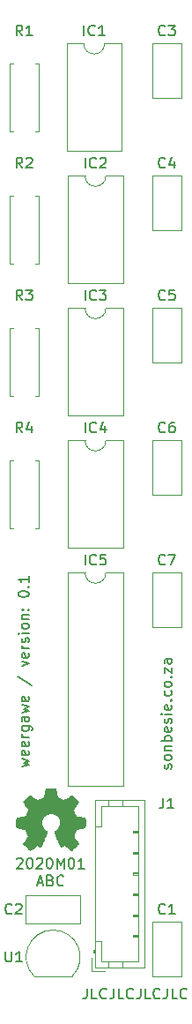
<source format=gbr>
G04 #@! TF.GenerationSoftware,KiCad,Pcbnew,5.1.5+dfsg1-2build2*
G04 #@! TF.CreationDate,2020-10-27T01:34:20+02:00*
G04 #@! TF.ProjectId,memory,6d656d6f-7279-42e6-9b69-6361645f7063,rev?*
G04 #@! TF.SameCoordinates,Original*
G04 #@! TF.FileFunction,Legend,Top*
G04 #@! TF.FilePolarity,Positive*
%FSLAX46Y46*%
G04 Gerber Fmt 4.6, Leading zero omitted, Abs format (unit mm)*
G04 Created by KiCad (PCBNEW 5.1.5+dfsg1-2build2) date 2020-10-27 01:34:20*
%MOMM*%
%LPD*%
G04 APERTURE LIST*
%ADD10C,0.150000*%
%ADD11C,0.010000*%
%ADD12C,0.120000*%
G04 APERTURE END LIST*
D10*
X45672952Y-152868380D02*
X45672952Y-153582666D01*
X45625333Y-153725523D01*
X45530095Y-153820761D01*
X45387238Y-153868380D01*
X45292000Y-153868380D01*
X46625333Y-153868380D02*
X46149142Y-153868380D01*
X46149142Y-152868380D01*
X47530095Y-153773142D02*
X47482476Y-153820761D01*
X47339619Y-153868380D01*
X47244380Y-153868380D01*
X47101523Y-153820761D01*
X47006285Y-153725523D01*
X46958666Y-153630285D01*
X46911047Y-153439809D01*
X46911047Y-153296952D01*
X46958666Y-153106476D01*
X47006285Y-153011238D01*
X47101523Y-152916000D01*
X47244380Y-152868380D01*
X47339619Y-152868380D01*
X47482476Y-152916000D01*
X47530095Y-152963619D01*
X48244380Y-152868380D02*
X48244380Y-153582666D01*
X48196761Y-153725523D01*
X48101523Y-153820761D01*
X47958666Y-153868380D01*
X47863428Y-153868380D01*
X49196761Y-153868380D02*
X48720571Y-153868380D01*
X48720571Y-152868380D01*
X50101523Y-153773142D02*
X50053904Y-153820761D01*
X49911047Y-153868380D01*
X49815809Y-153868380D01*
X49672952Y-153820761D01*
X49577714Y-153725523D01*
X49530095Y-153630285D01*
X49482476Y-153439809D01*
X49482476Y-153296952D01*
X49530095Y-153106476D01*
X49577714Y-153011238D01*
X49672952Y-152916000D01*
X49815809Y-152868380D01*
X49911047Y-152868380D01*
X50053904Y-152916000D01*
X50101523Y-152963619D01*
X50815809Y-152868380D02*
X50815809Y-153582666D01*
X50768190Y-153725523D01*
X50672952Y-153820761D01*
X50530095Y-153868380D01*
X50434857Y-153868380D01*
X51768190Y-153868380D02*
X51292000Y-153868380D01*
X51292000Y-152868380D01*
X52672952Y-153773142D02*
X52625333Y-153820761D01*
X52482476Y-153868380D01*
X52387238Y-153868380D01*
X52244380Y-153820761D01*
X52149142Y-153725523D01*
X52101523Y-153630285D01*
X52053904Y-153439809D01*
X52053904Y-153296952D01*
X52101523Y-153106476D01*
X52149142Y-153011238D01*
X52244380Y-152916000D01*
X52387238Y-152868380D01*
X52482476Y-152868380D01*
X52625333Y-152916000D01*
X52672952Y-152963619D01*
X53387238Y-152868380D02*
X53387238Y-153582666D01*
X53339619Y-153725523D01*
X53244380Y-153820761D01*
X53101523Y-153868380D01*
X53006285Y-153868380D01*
X54339619Y-153868380D02*
X53863428Y-153868380D01*
X53863428Y-152868380D01*
X55244380Y-153773142D02*
X55196761Y-153820761D01*
X55053904Y-153868380D01*
X54958666Y-153868380D01*
X54815809Y-153820761D01*
X54720571Y-153725523D01*
X54672952Y-153630285D01*
X54625333Y-153439809D01*
X54625333Y-153296952D01*
X54672952Y-153106476D01*
X54720571Y-153011238D01*
X54815809Y-152916000D01*
X54958666Y-152868380D01*
X55053904Y-152868380D01*
X55196761Y-152916000D01*
X55244380Y-152963619D01*
X39409714Y-131594666D02*
X40076380Y-131404190D01*
X39600190Y-131213714D01*
X40076380Y-131023238D01*
X39409714Y-130832761D01*
X40028761Y-130070857D02*
X40076380Y-130166095D01*
X40076380Y-130356571D01*
X40028761Y-130451809D01*
X39933523Y-130499428D01*
X39552571Y-130499428D01*
X39457333Y-130451809D01*
X39409714Y-130356571D01*
X39409714Y-130166095D01*
X39457333Y-130070857D01*
X39552571Y-130023238D01*
X39647809Y-130023238D01*
X39743047Y-130499428D01*
X40028761Y-129213714D02*
X40076380Y-129308952D01*
X40076380Y-129499428D01*
X40028761Y-129594666D01*
X39933523Y-129642285D01*
X39552571Y-129642285D01*
X39457333Y-129594666D01*
X39409714Y-129499428D01*
X39409714Y-129308952D01*
X39457333Y-129213714D01*
X39552571Y-129166095D01*
X39647809Y-129166095D01*
X39743047Y-129642285D01*
X40076380Y-128737523D02*
X39409714Y-128737523D01*
X39600190Y-128737523D02*
X39504952Y-128689904D01*
X39457333Y-128642285D01*
X39409714Y-128547047D01*
X39409714Y-128451809D01*
X39409714Y-127689904D02*
X40219238Y-127689904D01*
X40314476Y-127737523D01*
X40362095Y-127785142D01*
X40409714Y-127880380D01*
X40409714Y-128023238D01*
X40362095Y-128118476D01*
X40028761Y-127689904D02*
X40076380Y-127785142D01*
X40076380Y-127975619D01*
X40028761Y-128070857D01*
X39981142Y-128118476D01*
X39885904Y-128166095D01*
X39600190Y-128166095D01*
X39504952Y-128118476D01*
X39457333Y-128070857D01*
X39409714Y-127975619D01*
X39409714Y-127785142D01*
X39457333Y-127689904D01*
X40076380Y-126785142D02*
X39552571Y-126785142D01*
X39457333Y-126832761D01*
X39409714Y-126928000D01*
X39409714Y-127118476D01*
X39457333Y-127213714D01*
X40028761Y-126785142D02*
X40076380Y-126880380D01*
X40076380Y-127118476D01*
X40028761Y-127213714D01*
X39933523Y-127261333D01*
X39838285Y-127261333D01*
X39743047Y-127213714D01*
X39695428Y-127118476D01*
X39695428Y-126880380D01*
X39647809Y-126785142D01*
X39409714Y-126404190D02*
X40076380Y-126213714D01*
X39600190Y-126023238D01*
X40076380Y-125832761D01*
X39409714Y-125642285D01*
X40028761Y-124880380D02*
X40076380Y-124975619D01*
X40076380Y-125166095D01*
X40028761Y-125261333D01*
X39933523Y-125308952D01*
X39552571Y-125308952D01*
X39457333Y-125261333D01*
X39409714Y-125166095D01*
X39409714Y-124975619D01*
X39457333Y-124880380D01*
X39552571Y-124832761D01*
X39647809Y-124832761D01*
X39743047Y-125308952D01*
X39028761Y-122928000D02*
X40314476Y-123785142D01*
X39409714Y-121928000D02*
X40076380Y-121689904D01*
X39409714Y-121451809D01*
X40028761Y-120689904D02*
X40076380Y-120785142D01*
X40076380Y-120975619D01*
X40028761Y-121070857D01*
X39933523Y-121118476D01*
X39552571Y-121118476D01*
X39457333Y-121070857D01*
X39409714Y-120975619D01*
X39409714Y-120785142D01*
X39457333Y-120689904D01*
X39552571Y-120642285D01*
X39647809Y-120642285D01*
X39743047Y-121118476D01*
X40076380Y-120213714D02*
X39409714Y-120213714D01*
X39600190Y-120213714D02*
X39504952Y-120166095D01*
X39457333Y-120118476D01*
X39409714Y-120023238D01*
X39409714Y-119928000D01*
X40028761Y-119642285D02*
X40076380Y-119547047D01*
X40076380Y-119356571D01*
X40028761Y-119261333D01*
X39933523Y-119213714D01*
X39885904Y-119213714D01*
X39790666Y-119261333D01*
X39743047Y-119356571D01*
X39743047Y-119499428D01*
X39695428Y-119594666D01*
X39600190Y-119642285D01*
X39552571Y-119642285D01*
X39457333Y-119594666D01*
X39409714Y-119499428D01*
X39409714Y-119356571D01*
X39457333Y-119261333D01*
X40076380Y-118785142D02*
X39409714Y-118785142D01*
X39076380Y-118785142D02*
X39124000Y-118832761D01*
X39171619Y-118785142D01*
X39124000Y-118737523D01*
X39076380Y-118785142D01*
X39171619Y-118785142D01*
X40076380Y-118166095D02*
X40028761Y-118261333D01*
X39981142Y-118308952D01*
X39885904Y-118356571D01*
X39600190Y-118356571D01*
X39504952Y-118308952D01*
X39457333Y-118261333D01*
X39409714Y-118166095D01*
X39409714Y-118023238D01*
X39457333Y-117928000D01*
X39504952Y-117880380D01*
X39600190Y-117832761D01*
X39885904Y-117832761D01*
X39981142Y-117880380D01*
X40028761Y-117928000D01*
X40076380Y-118023238D01*
X40076380Y-118166095D01*
X39409714Y-117404190D02*
X40076380Y-117404190D01*
X39504952Y-117404190D02*
X39457333Y-117356571D01*
X39409714Y-117261333D01*
X39409714Y-117118476D01*
X39457333Y-117023238D01*
X39552571Y-116975619D01*
X40076380Y-116975619D01*
X39981142Y-116499428D02*
X40028761Y-116451809D01*
X40076380Y-116499428D01*
X40028761Y-116547047D01*
X39981142Y-116499428D01*
X40076380Y-116499428D01*
X39457333Y-116499428D02*
X39504952Y-116451809D01*
X39552571Y-116499428D01*
X39504952Y-116547047D01*
X39457333Y-116499428D01*
X39552571Y-116499428D01*
X39076380Y-115070857D02*
X39076380Y-114975619D01*
X39124000Y-114880380D01*
X39171619Y-114832761D01*
X39266857Y-114785142D01*
X39457333Y-114737523D01*
X39695428Y-114737523D01*
X39885904Y-114785142D01*
X39981142Y-114832761D01*
X40028761Y-114880380D01*
X40076380Y-114975619D01*
X40076380Y-115070857D01*
X40028761Y-115166095D01*
X39981142Y-115213714D01*
X39885904Y-115261333D01*
X39695428Y-115308952D01*
X39457333Y-115308952D01*
X39266857Y-115261333D01*
X39171619Y-115213714D01*
X39124000Y-115166095D01*
X39076380Y-115070857D01*
X39981142Y-114308952D02*
X40028761Y-114261333D01*
X40076380Y-114308952D01*
X40028761Y-114356571D01*
X39981142Y-114308952D01*
X40076380Y-114308952D01*
X40076380Y-113308952D02*
X40076380Y-113880380D01*
X40076380Y-113594666D02*
X39076380Y-113594666D01*
X39219238Y-113689904D01*
X39314476Y-113785142D01*
X39362095Y-113880380D01*
X53744761Y-131777714D02*
X53792380Y-131682476D01*
X53792380Y-131492000D01*
X53744761Y-131396761D01*
X53649523Y-131349142D01*
X53601904Y-131349142D01*
X53506666Y-131396761D01*
X53459047Y-131492000D01*
X53459047Y-131634857D01*
X53411428Y-131730095D01*
X53316190Y-131777714D01*
X53268571Y-131777714D01*
X53173333Y-131730095D01*
X53125714Y-131634857D01*
X53125714Y-131492000D01*
X53173333Y-131396761D01*
X53792380Y-130777714D02*
X53744761Y-130872952D01*
X53697142Y-130920571D01*
X53601904Y-130968190D01*
X53316190Y-130968190D01*
X53220952Y-130920571D01*
X53173333Y-130872952D01*
X53125714Y-130777714D01*
X53125714Y-130634857D01*
X53173333Y-130539619D01*
X53220952Y-130492000D01*
X53316190Y-130444380D01*
X53601904Y-130444380D01*
X53697142Y-130492000D01*
X53744761Y-130539619D01*
X53792380Y-130634857D01*
X53792380Y-130777714D01*
X53125714Y-130015809D02*
X53792380Y-130015809D01*
X53220952Y-130015809D02*
X53173333Y-129968190D01*
X53125714Y-129872952D01*
X53125714Y-129730095D01*
X53173333Y-129634857D01*
X53268571Y-129587238D01*
X53792380Y-129587238D01*
X53792380Y-129111047D02*
X52792380Y-129111047D01*
X53173333Y-129111047D02*
X53125714Y-129015809D01*
X53125714Y-128825333D01*
X53173333Y-128730095D01*
X53220952Y-128682476D01*
X53316190Y-128634857D01*
X53601904Y-128634857D01*
X53697142Y-128682476D01*
X53744761Y-128730095D01*
X53792380Y-128825333D01*
X53792380Y-129015809D01*
X53744761Y-129111047D01*
X53744761Y-127825333D02*
X53792380Y-127920571D01*
X53792380Y-128111047D01*
X53744761Y-128206285D01*
X53649523Y-128253904D01*
X53268571Y-128253904D01*
X53173333Y-128206285D01*
X53125714Y-128111047D01*
X53125714Y-127920571D01*
X53173333Y-127825333D01*
X53268571Y-127777714D01*
X53363809Y-127777714D01*
X53459047Y-128253904D01*
X53744761Y-127396761D02*
X53792380Y-127301523D01*
X53792380Y-127111047D01*
X53744761Y-127015809D01*
X53649523Y-126968190D01*
X53601904Y-126968190D01*
X53506666Y-127015809D01*
X53459047Y-127111047D01*
X53459047Y-127253904D01*
X53411428Y-127349142D01*
X53316190Y-127396761D01*
X53268571Y-127396761D01*
X53173333Y-127349142D01*
X53125714Y-127253904D01*
X53125714Y-127111047D01*
X53173333Y-127015809D01*
X53792380Y-126539619D02*
X53125714Y-126539619D01*
X52792380Y-126539619D02*
X52840000Y-126587238D01*
X52887619Y-126539619D01*
X52840000Y-126492000D01*
X52792380Y-126539619D01*
X52887619Y-126539619D01*
X53744761Y-125682476D02*
X53792380Y-125777714D01*
X53792380Y-125968190D01*
X53744761Y-126063428D01*
X53649523Y-126111047D01*
X53268571Y-126111047D01*
X53173333Y-126063428D01*
X53125714Y-125968190D01*
X53125714Y-125777714D01*
X53173333Y-125682476D01*
X53268571Y-125634857D01*
X53363809Y-125634857D01*
X53459047Y-126111047D01*
X53697142Y-125206285D02*
X53744761Y-125158666D01*
X53792380Y-125206285D01*
X53744761Y-125253904D01*
X53697142Y-125206285D01*
X53792380Y-125206285D01*
X53744761Y-124301523D02*
X53792380Y-124396761D01*
X53792380Y-124587238D01*
X53744761Y-124682476D01*
X53697142Y-124730095D01*
X53601904Y-124777714D01*
X53316190Y-124777714D01*
X53220952Y-124730095D01*
X53173333Y-124682476D01*
X53125714Y-124587238D01*
X53125714Y-124396761D01*
X53173333Y-124301523D01*
X53792380Y-123730095D02*
X53744761Y-123825333D01*
X53697142Y-123872952D01*
X53601904Y-123920571D01*
X53316190Y-123920571D01*
X53220952Y-123872952D01*
X53173333Y-123825333D01*
X53125714Y-123730095D01*
X53125714Y-123587238D01*
X53173333Y-123492000D01*
X53220952Y-123444380D01*
X53316190Y-123396761D01*
X53601904Y-123396761D01*
X53697142Y-123444380D01*
X53744761Y-123492000D01*
X53792380Y-123587238D01*
X53792380Y-123730095D01*
X53697142Y-122968190D02*
X53744761Y-122920571D01*
X53792380Y-122968190D01*
X53744761Y-123015809D01*
X53697142Y-122968190D01*
X53792380Y-122968190D01*
X53125714Y-122587238D02*
X53125714Y-122063428D01*
X53792380Y-122587238D01*
X53792380Y-122063428D01*
X53792380Y-121253904D02*
X53268571Y-121253904D01*
X53173333Y-121301523D01*
X53125714Y-121396761D01*
X53125714Y-121587238D01*
X53173333Y-121682476D01*
X53744761Y-121253904D02*
X53792380Y-121349142D01*
X53792380Y-121587238D01*
X53744761Y-121682476D01*
X53649523Y-121730095D01*
X53554285Y-121730095D01*
X53459047Y-121682476D01*
X53411428Y-121587238D01*
X53411428Y-121349142D01*
X53363809Y-121253904D01*
X38925904Y-140454619D02*
X38973523Y-140407000D01*
X39068761Y-140359380D01*
X39306857Y-140359380D01*
X39402095Y-140407000D01*
X39449714Y-140454619D01*
X39497333Y-140549857D01*
X39497333Y-140645095D01*
X39449714Y-140787952D01*
X38878285Y-141359380D01*
X39497333Y-141359380D01*
X40116380Y-140359380D02*
X40211619Y-140359380D01*
X40306857Y-140407000D01*
X40354476Y-140454619D01*
X40402095Y-140549857D01*
X40449714Y-140740333D01*
X40449714Y-140978428D01*
X40402095Y-141168904D01*
X40354476Y-141264142D01*
X40306857Y-141311761D01*
X40211619Y-141359380D01*
X40116380Y-141359380D01*
X40021142Y-141311761D01*
X39973523Y-141264142D01*
X39925904Y-141168904D01*
X39878285Y-140978428D01*
X39878285Y-140740333D01*
X39925904Y-140549857D01*
X39973523Y-140454619D01*
X40021142Y-140407000D01*
X40116380Y-140359380D01*
X40830666Y-140454619D02*
X40878285Y-140407000D01*
X40973523Y-140359380D01*
X41211619Y-140359380D01*
X41306857Y-140407000D01*
X41354476Y-140454619D01*
X41402095Y-140549857D01*
X41402095Y-140645095D01*
X41354476Y-140787952D01*
X40783047Y-141359380D01*
X41402095Y-141359380D01*
X42021142Y-140359380D02*
X42116380Y-140359380D01*
X42211619Y-140407000D01*
X42259238Y-140454619D01*
X42306857Y-140549857D01*
X42354476Y-140740333D01*
X42354476Y-140978428D01*
X42306857Y-141168904D01*
X42259238Y-141264142D01*
X42211619Y-141311761D01*
X42116380Y-141359380D01*
X42021142Y-141359380D01*
X41925904Y-141311761D01*
X41878285Y-141264142D01*
X41830666Y-141168904D01*
X41783047Y-140978428D01*
X41783047Y-140740333D01*
X41830666Y-140549857D01*
X41878285Y-140454619D01*
X41925904Y-140407000D01*
X42021142Y-140359380D01*
X42783047Y-141359380D02*
X42783047Y-140359380D01*
X43116380Y-141073666D01*
X43449714Y-140359380D01*
X43449714Y-141359380D01*
X44116380Y-140359380D02*
X44211619Y-140359380D01*
X44306857Y-140407000D01*
X44354476Y-140454619D01*
X44402095Y-140549857D01*
X44449714Y-140740333D01*
X44449714Y-140978428D01*
X44402095Y-141168904D01*
X44354476Y-141264142D01*
X44306857Y-141311761D01*
X44211619Y-141359380D01*
X44116380Y-141359380D01*
X44021142Y-141311761D01*
X43973523Y-141264142D01*
X43925904Y-141168904D01*
X43878285Y-140978428D01*
X43878285Y-140740333D01*
X43925904Y-140549857D01*
X43973523Y-140454619D01*
X44021142Y-140407000D01*
X44116380Y-140359380D01*
X45402095Y-141359380D02*
X44830666Y-141359380D01*
X45116380Y-141359380D02*
X45116380Y-140359380D01*
X45021142Y-140502238D01*
X44925904Y-140597476D01*
X44830666Y-140645095D01*
X40925904Y-142723666D02*
X41402095Y-142723666D01*
X40830666Y-143009380D02*
X41164000Y-142009380D01*
X41497333Y-143009380D01*
X42164000Y-142485571D02*
X42306857Y-142533190D01*
X42354476Y-142580809D01*
X42402095Y-142676047D01*
X42402095Y-142818904D01*
X42354476Y-142914142D01*
X42306857Y-142961761D01*
X42211619Y-143009380D01*
X41830666Y-143009380D01*
X41830666Y-142009380D01*
X42164000Y-142009380D01*
X42259238Y-142057000D01*
X42306857Y-142104619D01*
X42354476Y-142199857D01*
X42354476Y-142295095D01*
X42306857Y-142390333D01*
X42259238Y-142437952D01*
X42164000Y-142485571D01*
X41830666Y-142485571D01*
X43402095Y-142914142D02*
X43354476Y-142961761D01*
X43211619Y-143009380D01*
X43116380Y-143009380D01*
X42973523Y-142961761D01*
X42878285Y-142866523D01*
X42830666Y-142771285D01*
X42783047Y-142580809D01*
X42783047Y-142437952D01*
X42830666Y-142247476D01*
X42878285Y-142152238D01*
X42973523Y-142057000D01*
X43116380Y-142009380D01*
X43211619Y-142009380D01*
X43354476Y-142057000D01*
X43402095Y-142104619D01*
D11*
G36*
X42719814Y-134120931D02*
G01*
X42803635Y-134565555D01*
X43112920Y-134693053D01*
X43422206Y-134820551D01*
X43793246Y-134568246D01*
X43897157Y-134497996D01*
X43991087Y-134435272D01*
X44070652Y-134382938D01*
X44131470Y-134343857D01*
X44169157Y-134320893D01*
X44179421Y-134315942D01*
X44197910Y-134328676D01*
X44237420Y-134363882D01*
X44293522Y-134417062D01*
X44361787Y-134483718D01*
X44437786Y-134559354D01*
X44517092Y-134639472D01*
X44595275Y-134719574D01*
X44667907Y-134795164D01*
X44730559Y-134861745D01*
X44778803Y-134914818D01*
X44808210Y-134949887D01*
X44815241Y-134961623D01*
X44805123Y-134983260D01*
X44776759Y-135030662D01*
X44733129Y-135099193D01*
X44677218Y-135184215D01*
X44612006Y-135281093D01*
X44574219Y-135336350D01*
X44505343Y-135437248D01*
X44444140Y-135528299D01*
X44393578Y-135604970D01*
X44356628Y-135662728D01*
X44336258Y-135697043D01*
X44333197Y-135704254D01*
X44340136Y-135724748D01*
X44359051Y-135772513D01*
X44387087Y-135840832D01*
X44421391Y-135922989D01*
X44459109Y-136012270D01*
X44497387Y-136101958D01*
X44533370Y-136185338D01*
X44564206Y-136255694D01*
X44587039Y-136306310D01*
X44599017Y-136330471D01*
X44599724Y-136331422D01*
X44618531Y-136336036D01*
X44668618Y-136346328D01*
X44744793Y-136361287D01*
X44841865Y-136379901D01*
X44954643Y-136401159D01*
X45020442Y-136413418D01*
X45140950Y-136436362D01*
X45249797Y-136458195D01*
X45341476Y-136477722D01*
X45410481Y-136493748D01*
X45451304Y-136505079D01*
X45459511Y-136508674D01*
X45467548Y-136533006D01*
X45474033Y-136587959D01*
X45478970Y-136667108D01*
X45482364Y-136764026D01*
X45484218Y-136872287D01*
X45484538Y-136985465D01*
X45483327Y-137097135D01*
X45480590Y-137200868D01*
X45476331Y-137290241D01*
X45470555Y-137358826D01*
X45463267Y-137400197D01*
X45458895Y-137408810D01*
X45432764Y-137419133D01*
X45377393Y-137433892D01*
X45300107Y-137451352D01*
X45208230Y-137469780D01*
X45176158Y-137475741D01*
X45021524Y-137504066D01*
X44899375Y-137526876D01*
X44805673Y-137545080D01*
X44736384Y-137559583D01*
X44687471Y-137571292D01*
X44654897Y-137581115D01*
X44634628Y-137589956D01*
X44622626Y-137598724D01*
X44620947Y-137600457D01*
X44604184Y-137628371D01*
X44578614Y-137682695D01*
X44546788Y-137756777D01*
X44511260Y-137843965D01*
X44474583Y-137937608D01*
X44439311Y-138031052D01*
X44407996Y-138117647D01*
X44383193Y-138190740D01*
X44367454Y-138243678D01*
X44363332Y-138269811D01*
X44363676Y-138270726D01*
X44377641Y-138292086D01*
X44409322Y-138339084D01*
X44455391Y-138406827D01*
X44512518Y-138490423D01*
X44577373Y-138584982D01*
X44595843Y-138611854D01*
X44661699Y-138709275D01*
X44719650Y-138798163D01*
X44766538Y-138873412D01*
X44799207Y-138929920D01*
X44814500Y-138962581D01*
X44815241Y-138966593D01*
X44802392Y-138987684D01*
X44766888Y-139029464D01*
X44713293Y-139087445D01*
X44646171Y-139157135D01*
X44570087Y-139234045D01*
X44489604Y-139313683D01*
X44409287Y-139391561D01*
X44333699Y-139463186D01*
X44267405Y-139524070D01*
X44214969Y-139569721D01*
X44180955Y-139595650D01*
X44171545Y-139599883D01*
X44149643Y-139589912D01*
X44104800Y-139563020D01*
X44044321Y-139523736D01*
X43997789Y-139492117D01*
X43913475Y-139434098D01*
X43813626Y-139365784D01*
X43713473Y-139297579D01*
X43659627Y-139261075D01*
X43477371Y-139137800D01*
X43324381Y-139220520D01*
X43254682Y-139256759D01*
X43195414Y-139284926D01*
X43155311Y-139300991D01*
X43145103Y-139303226D01*
X43132829Y-139286722D01*
X43108613Y-139240082D01*
X43074263Y-139167609D01*
X43031588Y-139073606D01*
X42982394Y-138962374D01*
X42928490Y-138838215D01*
X42871684Y-138705432D01*
X42813782Y-138568327D01*
X42756593Y-138431202D01*
X42701924Y-138298358D01*
X42651584Y-138174098D01*
X42607380Y-138062725D01*
X42571119Y-137968539D01*
X42544609Y-137895844D01*
X42529658Y-137848941D01*
X42527254Y-137832833D01*
X42546311Y-137812286D01*
X42588036Y-137778933D01*
X42643706Y-137739702D01*
X42648378Y-137736599D01*
X42792264Y-137621423D01*
X42908283Y-137487053D01*
X42995430Y-137337784D01*
X43052699Y-137177913D01*
X43079086Y-137011737D01*
X43073585Y-136843552D01*
X43035190Y-136677655D01*
X42962895Y-136518342D01*
X42941626Y-136483487D01*
X42830996Y-136342737D01*
X42700302Y-136229714D01*
X42554064Y-136145003D01*
X42396808Y-136089194D01*
X42233057Y-136062874D01*
X42067333Y-136066630D01*
X41904162Y-136101050D01*
X41748065Y-136166723D01*
X41603567Y-136264235D01*
X41558869Y-136303813D01*
X41445112Y-136427703D01*
X41362218Y-136558124D01*
X41305356Y-136704315D01*
X41273687Y-136849088D01*
X41265869Y-137011860D01*
X41291938Y-137175440D01*
X41349245Y-137334298D01*
X41435144Y-137482906D01*
X41546986Y-137615735D01*
X41682123Y-137727256D01*
X41699883Y-137739011D01*
X41756150Y-137777508D01*
X41798923Y-137810863D01*
X41819372Y-137832160D01*
X41819669Y-137832833D01*
X41815279Y-137855871D01*
X41797876Y-137908157D01*
X41769268Y-137985390D01*
X41731265Y-138083268D01*
X41685674Y-138197491D01*
X41634303Y-138323758D01*
X41578962Y-138457767D01*
X41521458Y-138595218D01*
X41463601Y-138731808D01*
X41407198Y-138863237D01*
X41354058Y-138985205D01*
X41305990Y-139093409D01*
X41264801Y-139183549D01*
X41232301Y-139251323D01*
X41210297Y-139292430D01*
X41201436Y-139303226D01*
X41174360Y-139294819D01*
X41123697Y-139272272D01*
X41058183Y-139239613D01*
X41022159Y-139220520D01*
X40869168Y-139137800D01*
X40686912Y-139261075D01*
X40593875Y-139324228D01*
X40492015Y-139393727D01*
X40396562Y-139459165D01*
X40348750Y-139492117D01*
X40281505Y-139537273D01*
X40224564Y-139573057D01*
X40185354Y-139594938D01*
X40172619Y-139599563D01*
X40154083Y-139587085D01*
X40113059Y-139552252D01*
X40053525Y-139498678D01*
X39979458Y-139429983D01*
X39894835Y-139349781D01*
X39841315Y-139298286D01*
X39747681Y-139206286D01*
X39666759Y-139123999D01*
X39601823Y-139054945D01*
X39556142Y-139002644D01*
X39532989Y-138970616D01*
X39530768Y-138964116D01*
X39541076Y-138939394D01*
X39569561Y-138889405D01*
X39613063Y-138819212D01*
X39668423Y-138733875D01*
X39732480Y-138638456D01*
X39750697Y-138611854D01*
X39817073Y-138515167D01*
X39876622Y-138428117D01*
X39926016Y-138355595D01*
X39961925Y-138302493D01*
X39981019Y-138273703D01*
X39982864Y-138270726D01*
X39980105Y-138247782D01*
X39965462Y-138197336D01*
X39941487Y-138126041D01*
X39910734Y-138040547D01*
X39875756Y-137947507D01*
X39839107Y-137853574D01*
X39803339Y-137765399D01*
X39771006Y-137689634D01*
X39744662Y-137632931D01*
X39726858Y-137601943D01*
X39725593Y-137600457D01*
X39714706Y-137591601D01*
X39696318Y-137582843D01*
X39666394Y-137573277D01*
X39620897Y-137561996D01*
X39555791Y-137548093D01*
X39467039Y-137530663D01*
X39350607Y-137508798D01*
X39202458Y-137481591D01*
X39170382Y-137475741D01*
X39075314Y-137457374D01*
X38992435Y-137439405D01*
X38929070Y-137423569D01*
X38892542Y-137411600D01*
X38887644Y-137408810D01*
X38879573Y-137384072D01*
X38873013Y-137328790D01*
X38867967Y-137249389D01*
X38864441Y-137152296D01*
X38862439Y-137043938D01*
X38861964Y-136930740D01*
X38863023Y-136819128D01*
X38865618Y-136715529D01*
X38869754Y-136626368D01*
X38875437Y-136558072D01*
X38882669Y-136517066D01*
X38887029Y-136508674D01*
X38911302Y-136500208D01*
X38966574Y-136486435D01*
X39047338Y-136468550D01*
X39148088Y-136447748D01*
X39263317Y-136425223D01*
X39326098Y-136413418D01*
X39445213Y-136391151D01*
X39551435Y-136370979D01*
X39639573Y-136353915D01*
X39704434Y-136340969D01*
X39740826Y-136333155D01*
X39746816Y-136331422D01*
X39756939Y-136311890D01*
X39778338Y-136264843D01*
X39808161Y-136197003D01*
X39843555Y-136115091D01*
X39881668Y-136025828D01*
X39919647Y-135935935D01*
X39954640Y-135852135D01*
X39983794Y-135781147D01*
X40004257Y-135729694D01*
X40013177Y-135704497D01*
X40013343Y-135703396D01*
X40003231Y-135683519D01*
X39974883Y-135637777D01*
X39931277Y-135570717D01*
X39875394Y-135486884D01*
X39810213Y-135390826D01*
X39772321Y-135335650D01*
X39703275Y-135234481D01*
X39641950Y-135142630D01*
X39591337Y-135064744D01*
X39554429Y-135005469D01*
X39534218Y-134969451D01*
X39531299Y-134961377D01*
X39543847Y-134942584D01*
X39578537Y-134902457D01*
X39630937Y-134845493D01*
X39696616Y-134776185D01*
X39771144Y-134699031D01*
X39850087Y-134618525D01*
X39929017Y-134539163D01*
X40003500Y-134465440D01*
X40069106Y-134401852D01*
X40121404Y-134352894D01*
X40155961Y-134323061D01*
X40167522Y-134315942D01*
X40186346Y-134325953D01*
X40231369Y-134354078D01*
X40298213Y-134397454D01*
X40382501Y-134453218D01*
X40479856Y-134518506D01*
X40553293Y-134568246D01*
X40924333Y-134820551D01*
X41542905Y-134565555D01*
X41626725Y-134120931D01*
X41710546Y-133676307D01*
X42635994Y-133676307D01*
X42719814Y-134120931D01*
G37*
X42719814Y-134120931D02*
X42803635Y-134565555D01*
X43112920Y-134693053D01*
X43422206Y-134820551D01*
X43793246Y-134568246D01*
X43897157Y-134497996D01*
X43991087Y-134435272D01*
X44070652Y-134382938D01*
X44131470Y-134343857D01*
X44169157Y-134320893D01*
X44179421Y-134315942D01*
X44197910Y-134328676D01*
X44237420Y-134363882D01*
X44293522Y-134417062D01*
X44361787Y-134483718D01*
X44437786Y-134559354D01*
X44517092Y-134639472D01*
X44595275Y-134719574D01*
X44667907Y-134795164D01*
X44730559Y-134861745D01*
X44778803Y-134914818D01*
X44808210Y-134949887D01*
X44815241Y-134961623D01*
X44805123Y-134983260D01*
X44776759Y-135030662D01*
X44733129Y-135099193D01*
X44677218Y-135184215D01*
X44612006Y-135281093D01*
X44574219Y-135336350D01*
X44505343Y-135437248D01*
X44444140Y-135528299D01*
X44393578Y-135604970D01*
X44356628Y-135662728D01*
X44336258Y-135697043D01*
X44333197Y-135704254D01*
X44340136Y-135724748D01*
X44359051Y-135772513D01*
X44387087Y-135840832D01*
X44421391Y-135922989D01*
X44459109Y-136012270D01*
X44497387Y-136101958D01*
X44533370Y-136185338D01*
X44564206Y-136255694D01*
X44587039Y-136306310D01*
X44599017Y-136330471D01*
X44599724Y-136331422D01*
X44618531Y-136336036D01*
X44668618Y-136346328D01*
X44744793Y-136361287D01*
X44841865Y-136379901D01*
X44954643Y-136401159D01*
X45020442Y-136413418D01*
X45140950Y-136436362D01*
X45249797Y-136458195D01*
X45341476Y-136477722D01*
X45410481Y-136493748D01*
X45451304Y-136505079D01*
X45459511Y-136508674D01*
X45467548Y-136533006D01*
X45474033Y-136587959D01*
X45478970Y-136667108D01*
X45482364Y-136764026D01*
X45484218Y-136872287D01*
X45484538Y-136985465D01*
X45483327Y-137097135D01*
X45480590Y-137200868D01*
X45476331Y-137290241D01*
X45470555Y-137358826D01*
X45463267Y-137400197D01*
X45458895Y-137408810D01*
X45432764Y-137419133D01*
X45377393Y-137433892D01*
X45300107Y-137451352D01*
X45208230Y-137469780D01*
X45176158Y-137475741D01*
X45021524Y-137504066D01*
X44899375Y-137526876D01*
X44805673Y-137545080D01*
X44736384Y-137559583D01*
X44687471Y-137571292D01*
X44654897Y-137581115D01*
X44634628Y-137589956D01*
X44622626Y-137598724D01*
X44620947Y-137600457D01*
X44604184Y-137628371D01*
X44578614Y-137682695D01*
X44546788Y-137756777D01*
X44511260Y-137843965D01*
X44474583Y-137937608D01*
X44439311Y-138031052D01*
X44407996Y-138117647D01*
X44383193Y-138190740D01*
X44367454Y-138243678D01*
X44363332Y-138269811D01*
X44363676Y-138270726D01*
X44377641Y-138292086D01*
X44409322Y-138339084D01*
X44455391Y-138406827D01*
X44512518Y-138490423D01*
X44577373Y-138584982D01*
X44595843Y-138611854D01*
X44661699Y-138709275D01*
X44719650Y-138798163D01*
X44766538Y-138873412D01*
X44799207Y-138929920D01*
X44814500Y-138962581D01*
X44815241Y-138966593D01*
X44802392Y-138987684D01*
X44766888Y-139029464D01*
X44713293Y-139087445D01*
X44646171Y-139157135D01*
X44570087Y-139234045D01*
X44489604Y-139313683D01*
X44409287Y-139391561D01*
X44333699Y-139463186D01*
X44267405Y-139524070D01*
X44214969Y-139569721D01*
X44180955Y-139595650D01*
X44171545Y-139599883D01*
X44149643Y-139589912D01*
X44104800Y-139563020D01*
X44044321Y-139523736D01*
X43997789Y-139492117D01*
X43913475Y-139434098D01*
X43813626Y-139365784D01*
X43713473Y-139297579D01*
X43659627Y-139261075D01*
X43477371Y-139137800D01*
X43324381Y-139220520D01*
X43254682Y-139256759D01*
X43195414Y-139284926D01*
X43155311Y-139300991D01*
X43145103Y-139303226D01*
X43132829Y-139286722D01*
X43108613Y-139240082D01*
X43074263Y-139167609D01*
X43031588Y-139073606D01*
X42982394Y-138962374D01*
X42928490Y-138838215D01*
X42871684Y-138705432D01*
X42813782Y-138568327D01*
X42756593Y-138431202D01*
X42701924Y-138298358D01*
X42651584Y-138174098D01*
X42607380Y-138062725D01*
X42571119Y-137968539D01*
X42544609Y-137895844D01*
X42529658Y-137848941D01*
X42527254Y-137832833D01*
X42546311Y-137812286D01*
X42588036Y-137778933D01*
X42643706Y-137739702D01*
X42648378Y-137736599D01*
X42792264Y-137621423D01*
X42908283Y-137487053D01*
X42995430Y-137337784D01*
X43052699Y-137177913D01*
X43079086Y-137011737D01*
X43073585Y-136843552D01*
X43035190Y-136677655D01*
X42962895Y-136518342D01*
X42941626Y-136483487D01*
X42830996Y-136342737D01*
X42700302Y-136229714D01*
X42554064Y-136145003D01*
X42396808Y-136089194D01*
X42233057Y-136062874D01*
X42067333Y-136066630D01*
X41904162Y-136101050D01*
X41748065Y-136166723D01*
X41603567Y-136264235D01*
X41558869Y-136303813D01*
X41445112Y-136427703D01*
X41362218Y-136558124D01*
X41305356Y-136704315D01*
X41273687Y-136849088D01*
X41265869Y-137011860D01*
X41291938Y-137175440D01*
X41349245Y-137334298D01*
X41435144Y-137482906D01*
X41546986Y-137615735D01*
X41682123Y-137727256D01*
X41699883Y-137739011D01*
X41756150Y-137777508D01*
X41798923Y-137810863D01*
X41819372Y-137832160D01*
X41819669Y-137832833D01*
X41815279Y-137855871D01*
X41797876Y-137908157D01*
X41769268Y-137985390D01*
X41731265Y-138083268D01*
X41685674Y-138197491D01*
X41634303Y-138323758D01*
X41578962Y-138457767D01*
X41521458Y-138595218D01*
X41463601Y-138731808D01*
X41407198Y-138863237D01*
X41354058Y-138985205D01*
X41305990Y-139093409D01*
X41264801Y-139183549D01*
X41232301Y-139251323D01*
X41210297Y-139292430D01*
X41201436Y-139303226D01*
X41174360Y-139294819D01*
X41123697Y-139272272D01*
X41058183Y-139239613D01*
X41022159Y-139220520D01*
X40869168Y-139137800D01*
X40686912Y-139261075D01*
X40593875Y-139324228D01*
X40492015Y-139393727D01*
X40396562Y-139459165D01*
X40348750Y-139492117D01*
X40281505Y-139537273D01*
X40224564Y-139573057D01*
X40185354Y-139594938D01*
X40172619Y-139599563D01*
X40154083Y-139587085D01*
X40113059Y-139552252D01*
X40053525Y-139498678D01*
X39979458Y-139429983D01*
X39894835Y-139349781D01*
X39841315Y-139298286D01*
X39747681Y-139206286D01*
X39666759Y-139123999D01*
X39601823Y-139054945D01*
X39556142Y-139002644D01*
X39532989Y-138970616D01*
X39530768Y-138964116D01*
X39541076Y-138939394D01*
X39569561Y-138889405D01*
X39613063Y-138819212D01*
X39668423Y-138733875D01*
X39732480Y-138638456D01*
X39750697Y-138611854D01*
X39817073Y-138515167D01*
X39876622Y-138428117D01*
X39926016Y-138355595D01*
X39961925Y-138302493D01*
X39981019Y-138273703D01*
X39982864Y-138270726D01*
X39980105Y-138247782D01*
X39965462Y-138197336D01*
X39941487Y-138126041D01*
X39910734Y-138040547D01*
X39875756Y-137947507D01*
X39839107Y-137853574D01*
X39803339Y-137765399D01*
X39771006Y-137689634D01*
X39744662Y-137632931D01*
X39726858Y-137601943D01*
X39725593Y-137600457D01*
X39714706Y-137591601D01*
X39696318Y-137582843D01*
X39666394Y-137573277D01*
X39620897Y-137561996D01*
X39555791Y-137548093D01*
X39467039Y-137530663D01*
X39350607Y-137508798D01*
X39202458Y-137481591D01*
X39170382Y-137475741D01*
X39075314Y-137457374D01*
X38992435Y-137439405D01*
X38929070Y-137423569D01*
X38892542Y-137411600D01*
X38887644Y-137408810D01*
X38879573Y-137384072D01*
X38873013Y-137328790D01*
X38867967Y-137249389D01*
X38864441Y-137152296D01*
X38862439Y-137043938D01*
X38861964Y-136930740D01*
X38863023Y-136819128D01*
X38865618Y-136715529D01*
X38869754Y-136626368D01*
X38875437Y-136558072D01*
X38882669Y-136517066D01*
X38887029Y-136508674D01*
X38911302Y-136500208D01*
X38966574Y-136486435D01*
X39047338Y-136468550D01*
X39148088Y-136447748D01*
X39263317Y-136425223D01*
X39326098Y-136413418D01*
X39445213Y-136391151D01*
X39551435Y-136370979D01*
X39639573Y-136353915D01*
X39704434Y-136340969D01*
X39740826Y-136333155D01*
X39746816Y-136331422D01*
X39756939Y-136311890D01*
X39778338Y-136264843D01*
X39808161Y-136197003D01*
X39843555Y-136115091D01*
X39881668Y-136025828D01*
X39919647Y-135935935D01*
X39954640Y-135852135D01*
X39983794Y-135781147D01*
X40004257Y-135729694D01*
X40013177Y-135704497D01*
X40013343Y-135703396D01*
X40003231Y-135683519D01*
X39974883Y-135637777D01*
X39931277Y-135570717D01*
X39875394Y-135486884D01*
X39810213Y-135390826D01*
X39772321Y-135335650D01*
X39703275Y-135234481D01*
X39641950Y-135142630D01*
X39591337Y-135064744D01*
X39554429Y-135005469D01*
X39534218Y-134969451D01*
X39531299Y-134961377D01*
X39543847Y-134942584D01*
X39578537Y-134902457D01*
X39630937Y-134845493D01*
X39696616Y-134776185D01*
X39771144Y-134699031D01*
X39850087Y-134618525D01*
X39929017Y-134539163D01*
X40003500Y-134465440D01*
X40069106Y-134401852D01*
X40121404Y-134352894D01*
X40155961Y-134323061D01*
X40167522Y-134315942D01*
X40186346Y-134325953D01*
X40231369Y-134354078D01*
X40298213Y-134397454D01*
X40382501Y-134453218D01*
X40479856Y-134518506D01*
X40553293Y-134568246D01*
X40924333Y-134820551D01*
X41542905Y-134565555D01*
X41626725Y-134120931D01*
X41710546Y-133676307D01*
X42635994Y-133676307D01*
X42719814Y-134120931D01*
D12*
X44256478Y-151698478D02*
G75*
G03X42418000Y-147260000I-1838478J1838478D01*
G01*
X40579522Y-151698478D02*
G75*
G02X42418000Y-147260000I1838478J1838478D01*
G01*
X40618000Y-151710000D02*
X44218000Y-151710000D01*
X38254000Y-108680000D02*
X38584000Y-108680000D01*
X38254000Y-102140000D02*
X38254000Y-108680000D01*
X38584000Y-102140000D02*
X38254000Y-102140000D01*
X40994000Y-108680000D02*
X40664000Y-108680000D01*
X40994000Y-102140000D02*
X40994000Y-108680000D01*
X40664000Y-102140000D02*
X40994000Y-102140000D01*
X38254000Y-95980000D02*
X38584000Y-95980000D01*
X38254000Y-89440000D02*
X38254000Y-95980000D01*
X38584000Y-89440000D02*
X38254000Y-89440000D01*
X40994000Y-95980000D02*
X40664000Y-95980000D01*
X40994000Y-89440000D02*
X40994000Y-95980000D01*
X40664000Y-89440000D02*
X40994000Y-89440000D01*
X38254000Y-83280000D02*
X38584000Y-83280000D01*
X38254000Y-76740000D02*
X38254000Y-83280000D01*
X38584000Y-76740000D02*
X38254000Y-76740000D01*
X40994000Y-83280000D02*
X40664000Y-83280000D01*
X40994000Y-76740000D02*
X40994000Y-83280000D01*
X40664000Y-76740000D02*
X40994000Y-76740000D01*
X38254000Y-70580000D02*
X38584000Y-70580000D01*
X38254000Y-64040000D02*
X38254000Y-70580000D01*
X38584000Y-64040000D02*
X38254000Y-64040000D01*
X40994000Y-70580000D02*
X40664000Y-70580000D01*
X40994000Y-64040000D02*
X40994000Y-70580000D01*
X40664000Y-64040000D02*
X40994000Y-64040000D01*
X46150000Y-151204000D02*
X47400000Y-151204000D01*
X46150000Y-149954000D02*
X46150000Y-151204000D01*
X50560000Y-137844000D02*
X50060000Y-137844000D01*
X50060000Y-137744000D02*
X50560000Y-137744000D01*
X50060000Y-137944000D02*
X50060000Y-137744000D01*
X50560000Y-137944000D02*
X50060000Y-137944000D01*
X50560000Y-139844000D02*
X50060000Y-139844000D01*
X50060000Y-139744000D02*
X50560000Y-139744000D01*
X50060000Y-139944000D02*
X50060000Y-139744000D01*
X50560000Y-139944000D02*
X50060000Y-139944000D01*
X50560000Y-141844000D02*
X50060000Y-141844000D01*
X50060000Y-141744000D02*
X50560000Y-141744000D01*
X50060000Y-141944000D02*
X50060000Y-141744000D01*
X50560000Y-141944000D02*
X50060000Y-141944000D01*
X50560000Y-143844000D02*
X50060000Y-143844000D01*
X50060000Y-143744000D02*
X50560000Y-143744000D01*
X50060000Y-143944000D02*
X50060000Y-143744000D01*
X50560000Y-143944000D02*
X50060000Y-143944000D01*
X50560000Y-145844000D02*
X50060000Y-145844000D01*
X50060000Y-145744000D02*
X50560000Y-145744000D01*
X50060000Y-145944000D02*
X50060000Y-145744000D01*
X50560000Y-145944000D02*
X50060000Y-145944000D01*
X50560000Y-147844000D02*
X50060000Y-147844000D01*
X50060000Y-147744000D02*
X50560000Y-147744000D01*
X50060000Y-147944000D02*
X50060000Y-147744000D01*
X50560000Y-147944000D02*
X50060000Y-147944000D01*
X49060000Y-134784000D02*
X49060000Y-135394000D01*
X47760000Y-134784000D02*
X47760000Y-135394000D01*
X49060000Y-150904000D02*
X49060000Y-150294000D01*
X47760000Y-150904000D02*
X47760000Y-150294000D01*
X47060000Y-137344000D02*
X46450000Y-137344000D01*
X47060000Y-135394000D02*
X47060000Y-137344000D01*
X50560000Y-135394000D02*
X47060000Y-135394000D01*
X50560000Y-150294000D02*
X50560000Y-135394000D01*
X47060000Y-150294000D02*
X50560000Y-150294000D01*
X47060000Y-148344000D02*
X47060000Y-150294000D01*
X46450000Y-148344000D02*
X47060000Y-148344000D01*
X46350000Y-149144000D02*
X46350000Y-149444000D01*
X46250000Y-149444000D02*
X46450000Y-149444000D01*
X46250000Y-149144000D02*
X46250000Y-149444000D01*
X46450000Y-149144000D02*
X46250000Y-149144000D01*
X46450000Y-134784000D02*
X46450000Y-150904000D01*
X51170000Y-134784000D02*
X46450000Y-134784000D01*
X51170000Y-150904000D02*
X51170000Y-134784000D01*
X46450000Y-150904000D02*
X51170000Y-150904000D01*
X49132000Y-112970000D02*
X47482000Y-112970000D01*
X49132000Y-133410000D02*
X49132000Y-112970000D01*
X43832000Y-133410000D02*
X49132000Y-133410000D01*
X43832000Y-112970000D02*
X43832000Y-133410000D01*
X45482000Y-112970000D02*
X43832000Y-112970000D01*
X47482000Y-112970000D02*
G75*
G02X45482000Y-112970000I-1000000J0D01*
G01*
X49132000Y-100270000D02*
X47482000Y-100270000D01*
X49132000Y-110550000D02*
X49132000Y-100270000D01*
X43832000Y-110550000D02*
X49132000Y-110550000D01*
X43832000Y-100270000D02*
X43832000Y-110550000D01*
X45482000Y-100270000D02*
X43832000Y-100270000D01*
X47482000Y-100270000D02*
G75*
G02X45482000Y-100270000I-1000000J0D01*
G01*
X49132000Y-87570000D02*
X47482000Y-87570000D01*
X49132000Y-97850000D02*
X49132000Y-87570000D01*
X43832000Y-97850000D02*
X49132000Y-97850000D01*
X43832000Y-87570000D02*
X43832000Y-97850000D01*
X45482000Y-87570000D02*
X43832000Y-87570000D01*
X47482000Y-87570000D02*
G75*
G02X45482000Y-87570000I-1000000J0D01*
G01*
X49132000Y-74870000D02*
X47482000Y-74870000D01*
X49132000Y-85150000D02*
X49132000Y-74870000D01*
X43832000Y-85150000D02*
X49132000Y-85150000D01*
X43832000Y-74870000D02*
X43832000Y-85150000D01*
X45482000Y-74870000D02*
X43832000Y-74870000D01*
X47482000Y-74870000D02*
G75*
G02X45482000Y-74870000I-1000000J0D01*
G01*
X49005000Y-62170000D02*
X47355000Y-62170000D01*
X49005000Y-72450000D02*
X49005000Y-62170000D01*
X43705000Y-72450000D02*
X49005000Y-72450000D01*
X43705000Y-62170000D02*
X43705000Y-72450000D01*
X45355000Y-62170000D02*
X43705000Y-62170000D01*
X47355000Y-62170000D02*
G75*
G02X45355000Y-62170000I-1000000J0D01*
G01*
X51970000Y-112970000D02*
X54710000Y-112970000D01*
X51970000Y-118210000D02*
X54710000Y-118210000D01*
X54710000Y-118210000D02*
X54710000Y-112970000D01*
X51970000Y-118210000D02*
X51970000Y-112970000D01*
X51970000Y-100270000D02*
X54710000Y-100270000D01*
X51970000Y-105510000D02*
X54710000Y-105510000D01*
X54710000Y-105510000D02*
X54710000Y-100270000D01*
X51970000Y-105510000D02*
X51970000Y-100270000D01*
X51970000Y-87570000D02*
X54710000Y-87570000D01*
X51970000Y-92810000D02*
X54710000Y-92810000D01*
X54710000Y-92810000D02*
X54710000Y-87570000D01*
X51970000Y-92810000D02*
X51970000Y-87570000D01*
X51970000Y-74870000D02*
X54710000Y-74870000D01*
X51970000Y-80110000D02*
X54710000Y-80110000D01*
X54710000Y-80110000D02*
X54710000Y-74870000D01*
X51970000Y-80110000D02*
X51970000Y-74870000D01*
X51970000Y-62170000D02*
X54710000Y-62170000D01*
X51970000Y-67410000D02*
X54710000Y-67410000D01*
X54710000Y-67410000D02*
X54710000Y-62170000D01*
X51970000Y-67410000D02*
X51970000Y-62170000D01*
X45018000Y-143918000D02*
X45018000Y-146658000D01*
X39778000Y-143918000D02*
X39778000Y-146658000D01*
X39778000Y-146658000D02*
X45018000Y-146658000D01*
X39778000Y-143918000D02*
X45018000Y-143918000D01*
X51970000Y-146498000D02*
X54710000Y-146498000D01*
X51970000Y-151738000D02*
X54710000Y-151738000D01*
X54710000Y-151738000D02*
X54710000Y-146498000D01*
X51970000Y-151738000D02*
X51970000Y-146498000D01*
D10*
X37846095Y-149312380D02*
X37846095Y-150121904D01*
X37893714Y-150217142D01*
X37941333Y-150264761D01*
X38036571Y-150312380D01*
X38227047Y-150312380D01*
X38322285Y-150264761D01*
X38369904Y-150217142D01*
X38417523Y-150121904D01*
X38417523Y-149312380D01*
X39417523Y-150312380D02*
X38846095Y-150312380D01*
X39131809Y-150312380D02*
X39131809Y-149312380D01*
X39036571Y-149455238D01*
X38941333Y-149550476D01*
X38846095Y-149598095D01*
X39457333Y-99512380D02*
X39124000Y-99036190D01*
X38885904Y-99512380D02*
X38885904Y-98512380D01*
X39266857Y-98512380D01*
X39362095Y-98560000D01*
X39409714Y-98607619D01*
X39457333Y-98702857D01*
X39457333Y-98845714D01*
X39409714Y-98940952D01*
X39362095Y-98988571D01*
X39266857Y-99036190D01*
X38885904Y-99036190D01*
X40314476Y-98845714D02*
X40314476Y-99512380D01*
X40076380Y-98464761D02*
X39838285Y-99179047D01*
X40457333Y-99179047D01*
X39457333Y-86812380D02*
X39124000Y-86336190D01*
X38885904Y-86812380D02*
X38885904Y-85812380D01*
X39266857Y-85812380D01*
X39362095Y-85860000D01*
X39409714Y-85907619D01*
X39457333Y-86002857D01*
X39457333Y-86145714D01*
X39409714Y-86240952D01*
X39362095Y-86288571D01*
X39266857Y-86336190D01*
X38885904Y-86336190D01*
X39790666Y-85812380D02*
X40409714Y-85812380D01*
X40076380Y-86193333D01*
X40219238Y-86193333D01*
X40314476Y-86240952D01*
X40362095Y-86288571D01*
X40409714Y-86383809D01*
X40409714Y-86621904D01*
X40362095Y-86717142D01*
X40314476Y-86764761D01*
X40219238Y-86812380D01*
X39933523Y-86812380D01*
X39838285Y-86764761D01*
X39790666Y-86717142D01*
X39457333Y-74112380D02*
X39124000Y-73636190D01*
X38885904Y-74112380D02*
X38885904Y-73112380D01*
X39266857Y-73112380D01*
X39362095Y-73160000D01*
X39409714Y-73207619D01*
X39457333Y-73302857D01*
X39457333Y-73445714D01*
X39409714Y-73540952D01*
X39362095Y-73588571D01*
X39266857Y-73636190D01*
X38885904Y-73636190D01*
X39838285Y-73207619D02*
X39885904Y-73160000D01*
X39981142Y-73112380D01*
X40219238Y-73112380D01*
X40314476Y-73160000D01*
X40362095Y-73207619D01*
X40409714Y-73302857D01*
X40409714Y-73398095D01*
X40362095Y-73540952D01*
X39790666Y-74112380D01*
X40409714Y-74112380D01*
X39457333Y-61412380D02*
X39124000Y-60936190D01*
X38885904Y-61412380D02*
X38885904Y-60412380D01*
X39266857Y-60412380D01*
X39362095Y-60460000D01*
X39409714Y-60507619D01*
X39457333Y-60602857D01*
X39457333Y-60745714D01*
X39409714Y-60840952D01*
X39362095Y-60888571D01*
X39266857Y-60936190D01*
X38885904Y-60936190D01*
X40409714Y-61412380D02*
X39838285Y-61412380D01*
X40124000Y-61412380D02*
X40124000Y-60412380D01*
X40028761Y-60555238D01*
X39933523Y-60650476D01*
X39838285Y-60698095D01*
X53006666Y-134580380D02*
X53006666Y-135294666D01*
X52959047Y-135437523D01*
X52863809Y-135532761D01*
X52720952Y-135580380D01*
X52625714Y-135580380D01*
X54006666Y-135580380D02*
X53435238Y-135580380D01*
X53720952Y-135580380D02*
X53720952Y-134580380D01*
X53625714Y-134723238D01*
X53530476Y-134818476D01*
X53435238Y-134866095D01*
X45505809Y-112212380D02*
X45505809Y-111212380D01*
X46553428Y-112117142D02*
X46505809Y-112164761D01*
X46362952Y-112212380D01*
X46267714Y-112212380D01*
X46124857Y-112164761D01*
X46029619Y-112069523D01*
X45982000Y-111974285D01*
X45934380Y-111783809D01*
X45934380Y-111640952D01*
X45982000Y-111450476D01*
X46029619Y-111355238D01*
X46124857Y-111260000D01*
X46267714Y-111212380D01*
X46362952Y-111212380D01*
X46505809Y-111260000D01*
X46553428Y-111307619D01*
X47458190Y-111212380D02*
X46982000Y-111212380D01*
X46934380Y-111688571D01*
X46982000Y-111640952D01*
X47077238Y-111593333D01*
X47315333Y-111593333D01*
X47410571Y-111640952D01*
X47458190Y-111688571D01*
X47505809Y-111783809D01*
X47505809Y-112021904D01*
X47458190Y-112117142D01*
X47410571Y-112164761D01*
X47315333Y-112212380D01*
X47077238Y-112212380D01*
X46982000Y-112164761D01*
X46934380Y-112117142D01*
X45505809Y-99512380D02*
X45505809Y-98512380D01*
X46553428Y-99417142D02*
X46505809Y-99464761D01*
X46362952Y-99512380D01*
X46267714Y-99512380D01*
X46124857Y-99464761D01*
X46029619Y-99369523D01*
X45982000Y-99274285D01*
X45934380Y-99083809D01*
X45934380Y-98940952D01*
X45982000Y-98750476D01*
X46029619Y-98655238D01*
X46124857Y-98560000D01*
X46267714Y-98512380D01*
X46362952Y-98512380D01*
X46505809Y-98560000D01*
X46553428Y-98607619D01*
X47410571Y-98845714D02*
X47410571Y-99512380D01*
X47172476Y-98464761D02*
X46934380Y-99179047D01*
X47553428Y-99179047D01*
X45505809Y-86812380D02*
X45505809Y-85812380D01*
X46553428Y-86717142D02*
X46505809Y-86764761D01*
X46362952Y-86812380D01*
X46267714Y-86812380D01*
X46124857Y-86764761D01*
X46029619Y-86669523D01*
X45982000Y-86574285D01*
X45934380Y-86383809D01*
X45934380Y-86240952D01*
X45982000Y-86050476D01*
X46029619Y-85955238D01*
X46124857Y-85860000D01*
X46267714Y-85812380D01*
X46362952Y-85812380D01*
X46505809Y-85860000D01*
X46553428Y-85907619D01*
X46886761Y-85812380D02*
X47505809Y-85812380D01*
X47172476Y-86193333D01*
X47315333Y-86193333D01*
X47410571Y-86240952D01*
X47458190Y-86288571D01*
X47505809Y-86383809D01*
X47505809Y-86621904D01*
X47458190Y-86717142D01*
X47410571Y-86764761D01*
X47315333Y-86812380D01*
X47029619Y-86812380D01*
X46934380Y-86764761D01*
X46886761Y-86717142D01*
X45505809Y-74112380D02*
X45505809Y-73112380D01*
X46553428Y-74017142D02*
X46505809Y-74064761D01*
X46362952Y-74112380D01*
X46267714Y-74112380D01*
X46124857Y-74064761D01*
X46029619Y-73969523D01*
X45982000Y-73874285D01*
X45934380Y-73683809D01*
X45934380Y-73540952D01*
X45982000Y-73350476D01*
X46029619Y-73255238D01*
X46124857Y-73160000D01*
X46267714Y-73112380D01*
X46362952Y-73112380D01*
X46505809Y-73160000D01*
X46553428Y-73207619D01*
X46934380Y-73207619D02*
X46982000Y-73160000D01*
X47077238Y-73112380D01*
X47315333Y-73112380D01*
X47410571Y-73160000D01*
X47458190Y-73207619D01*
X47505809Y-73302857D01*
X47505809Y-73398095D01*
X47458190Y-73540952D01*
X46886761Y-74112380D01*
X47505809Y-74112380D01*
X45378809Y-61412380D02*
X45378809Y-60412380D01*
X46426428Y-61317142D02*
X46378809Y-61364761D01*
X46235952Y-61412380D01*
X46140714Y-61412380D01*
X45997857Y-61364761D01*
X45902619Y-61269523D01*
X45855000Y-61174285D01*
X45807380Y-60983809D01*
X45807380Y-60840952D01*
X45855000Y-60650476D01*
X45902619Y-60555238D01*
X45997857Y-60460000D01*
X46140714Y-60412380D01*
X46235952Y-60412380D01*
X46378809Y-60460000D01*
X46426428Y-60507619D01*
X47378809Y-61412380D02*
X46807380Y-61412380D01*
X47093095Y-61412380D02*
X47093095Y-60412380D01*
X46997857Y-60555238D01*
X46902619Y-60650476D01*
X46807380Y-60698095D01*
X53173333Y-112117142D02*
X53125714Y-112164761D01*
X52982857Y-112212380D01*
X52887619Y-112212380D01*
X52744761Y-112164761D01*
X52649523Y-112069523D01*
X52601904Y-111974285D01*
X52554285Y-111783809D01*
X52554285Y-111640952D01*
X52601904Y-111450476D01*
X52649523Y-111355238D01*
X52744761Y-111260000D01*
X52887619Y-111212380D01*
X52982857Y-111212380D01*
X53125714Y-111260000D01*
X53173333Y-111307619D01*
X53506666Y-111212380D02*
X54173333Y-111212380D01*
X53744761Y-112212380D01*
X53173333Y-99417142D02*
X53125714Y-99464761D01*
X52982857Y-99512380D01*
X52887619Y-99512380D01*
X52744761Y-99464761D01*
X52649523Y-99369523D01*
X52601904Y-99274285D01*
X52554285Y-99083809D01*
X52554285Y-98940952D01*
X52601904Y-98750476D01*
X52649523Y-98655238D01*
X52744761Y-98560000D01*
X52887619Y-98512380D01*
X52982857Y-98512380D01*
X53125714Y-98560000D01*
X53173333Y-98607619D01*
X54030476Y-98512380D02*
X53840000Y-98512380D01*
X53744761Y-98560000D01*
X53697142Y-98607619D01*
X53601904Y-98750476D01*
X53554285Y-98940952D01*
X53554285Y-99321904D01*
X53601904Y-99417142D01*
X53649523Y-99464761D01*
X53744761Y-99512380D01*
X53935238Y-99512380D01*
X54030476Y-99464761D01*
X54078095Y-99417142D01*
X54125714Y-99321904D01*
X54125714Y-99083809D01*
X54078095Y-98988571D01*
X54030476Y-98940952D01*
X53935238Y-98893333D01*
X53744761Y-98893333D01*
X53649523Y-98940952D01*
X53601904Y-98988571D01*
X53554285Y-99083809D01*
X53173333Y-86717142D02*
X53125714Y-86764761D01*
X52982857Y-86812380D01*
X52887619Y-86812380D01*
X52744761Y-86764761D01*
X52649523Y-86669523D01*
X52601904Y-86574285D01*
X52554285Y-86383809D01*
X52554285Y-86240952D01*
X52601904Y-86050476D01*
X52649523Y-85955238D01*
X52744761Y-85860000D01*
X52887619Y-85812380D01*
X52982857Y-85812380D01*
X53125714Y-85860000D01*
X53173333Y-85907619D01*
X54078095Y-85812380D02*
X53601904Y-85812380D01*
X53554285Y-86288571D01*
X53601904Y-86240952D01*
X53697142Y-86193333D01*
X53935238Y-86193333D01*
X54030476Y-86240952D01*
X54078095Y-86288571D01*
X54125714Y-86383809D01*
X54125714Y-86621904D01*
X54078095Y-86717142D01*
X54030476Y-86764761D01*
X53935238Y-86812380D01*
X53697142Y-86812380D01*
X53601904Y-86764761D01*
X53554285Y-86717142D01*
X53173333Y-74017142D02*
X53125714Y-74064761D01*
X52982857Y-74112380D01*
X52887619Y-74112380D01*
X52744761Y-74064761D01*
X52649523Y-73969523D01*
X52601904Y-73874285D01*
X52554285Y-73683809D01*
X52554285Y-73540952D01*
X52601904Y-73350476D01*
X52649523Y-73255238D01*
X52744761Y-73160000D01*
X52887619Y-73112380D01*
X52982857Y-73112380D01*
X53125714Y-73160000D01*
X53173333Y-73207619D01*
X54030476Y-73445714D02*
X54030476Y-74112380D01*
X53792380Y-73064761D02*
X53554285Y-73779047D01*
X54173333Y-73779047D01*
X53173333Y-61317142D02*
X53125714Y-61364761D01*
X52982857Y-61412380D01*
X52887619Y-61412380D01*
X52744761Y-61364761D01*
X52649523Y-61269523D01*
X52601904Y-61174285D01*
X52554285Y-60983809D01*
X52554285Y-60840952D01*
X52601904Y-60650476D01*
X52649523Y-60555238D01*
X52744761Y-60460000D01*
X52887619Y-60412380D01*
X52982857Y-60412380D01*
X53125714Y-60460000D01*
X53173333Y-60507619D01*
X53506666Y-60412380D02*
X54125714Y-60412380D01*
X53792380Y-60793333D01*
X53935238Y-60793333D01*
X54030476Y-60840952D01*
X54078095Y-60888571D01*
X54125714Y-60983809D01*
X54125714Y-61221904D01*
X54078095Y-61317142D01*
X54030476Y-61364761D01*
X53935238Y-61412380D01*
X53649523Y-61412380D01*
X53554285Y-61364761D01*
X53506666Y-61317142D01*
X38441333Y-145645142D02*
X38393714Y-145692761D01*
X38250857Y-145740380D01*
X38155619Y-145740380D01*
X38012761Y-145692761D01*
X37917523Y-145597523D01*
X37869904Y-145502285D01*
X37822285Y-145311809D01*
X37822285Y-145168952D01*
X37869904Y-144978476D01*
X37917523Y-144883238D01*
X38012761Y-144788000D01*
X38155619Y-144740380D01*
X38250857Y-144740380D01*
X38393714Y-144788000D01*
X38441333Y-144835619D01*
X38822285Y-144835619D02*
X38869904Y-144788000D01*
X38965142Y-144740380D01*
X39203238Y-144740380D01*
X39298476Y-144788000D01*
X39346095Y-144835619D01*
X39393714Y-144930857D01*
X39393714Y-145026095D01*
X39346095Y-145168952D01*
X38774666Y-145740380D01*
X39393714Y-145740380D01*
X53173333Y-145645142D02*
X53125714Y-145692761D01*
X52982857Y-145740380D01*
X52887619Y-145740380D01*
X52744761Y-145692761D01*
X52649523Y-145597523D01*
X52601904Y-145502285D01*
X52554285Y-145311809D01*
X52554285Y-145168952D01*
X52601904Y-144978476D01*
X52649523Y-144883238D01*
X52744761Y-144788000D01*
X52887619Y-144740380D01*
X52982857Y-144740380D01*
X53125714Y-144788000D01*
X53173333Y-144835619D01*
X54125714Y-145740380D02*
X53554285Y-145740380D01*
X53840000Y-145740380D02*
X53840000Y-144740380D01*
X53744761Y-144883238D01*
X53649523Y-144978476D01*
X53554285Y-145026095D01*
M02*

</source>
